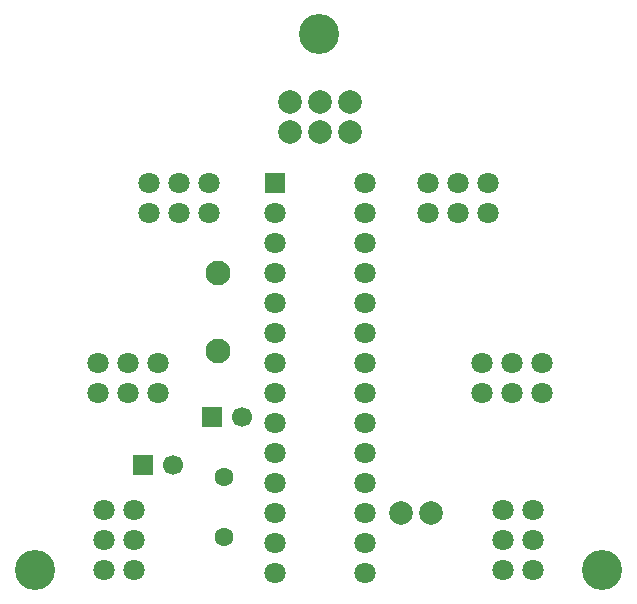
<source format=gbs>
G04 #@! TF.FileFunction,Soldermask,Bot*
%FSLAX46Y46*%
G04 Gerber Fmt 4.6, Leading zero omitted, Abs format (unit mm)*
G04 Created by KiCad (PCBNEW 4.0.0-rc2-stable) date Sat 14 Nov 2015 14:56:29 GMT*
%MOMM*%
G01*
G04 APERTURE LIST*
%ADD10C,0.100000*%
%ADD11C,1.800000*%
%ADD12R,1.700000X1.700000*%
%ADD13C,1.700000*%
%ADD14C,2.000000*%
%ADD15C,1.600000*%
%ADD16C,1.797000*%
%ADD17R,1.797000X1.797000*%
%ADD18C,3.399740*%
%ADD19C,2.100000*%
G04 APERTURE END LIST*
D10*
D11*
X166624000Y-122301000D03*
X166624000Y-119761000D03*
X166624000Y-117221000D03*
X164084000Y-122301000D03*
X164084000Y-119761000D03*
X164084000Y-117221000D03*
D12*
X139446000Y-109347000D03*
D13*
X141946000Y-109347000D03*
D12*
X133604000Y-113411000D03*
D13*
X136104000Y-113411000D03*
D14*
X157988000Y-117475000D03*
X155448000Y-117475000D03*
D15*
X140462000Y-119507000D03*
X140462000Y-114427000D03*
D16*
X144780000Y-92075000D03*
X144780000Y-94615000D03*
X144780000Y-97155000D03*
X144780000Y-99695000D03*
X144780000Y-102235000D03*
X144780000Y-104775000D03*
X144780000Y-107315000D03*
X144780000Y-109855000D03*
X144780000Y-112395000D03*
X144780000Y-114935000D03*
X144780000Y-117475000D03*
X144780000Y-120015000D03*
X144780000Y-122555000D03*
D17*
X144780000Y-89535000D03*
D16*
X152400000Y-122555000D03*
X152400000Y-120015000D03*
X152400000Y-117475000D03*
X152400000Y-114935000D03*
X152400000Y-112395000D03*
X152400000Y-109855000D03*
X152400000Y-107315000D03*
X152400000Y-104775000D03*
X152400000Y-102235000D03*
X152400000Y-99695000D03*
X152400000Y-97155000D03*
X152400000Y-94615000D03*
X152400000Y-92075000D03*
X152400000Y-89535000D03*
D11*
X130302000Y-117221000D03*
X130302000Y-119761000D03*
X130302000Y-122301000D03*
X132842000Y-117221000D03*
X132842000Y-119761000D03*
X132842000Y-122301000D03*
X129794000Y-107315000D03*
X132334000Y-107315000D03*
X134874000Y-107315000D03*
X129794000Y-104775000D03*
X132334000Y-104775000D03*
X134874000Y-104775000D03*
X134112000Y-92075000D03*
X136652000Y-92075000D03*
X139192000Y-92075000D03*
X134112000Y-89535000D03*
X136652000Y-89535000D03*
X139192000Y-89535000D03*
X162814000Y-89535000D03*
X160274000Y-89535000D03*
X157734000Y-89535000D03*
X162814000Y-92075000D03*
X160274000Y-92075000D03*
X157734000Y-92075000D03*
X167386000Y-104775000D03*
X164846000Y-104775000D03*
X162306000Y-104775000D03*
X167386000Y-107315000D03*
X164846000Y-107315000D03*
X162306000Y-107315000D03*
D14*
X151130000Y-85217000D03*
X148590000Y-85217000D03*
X148590000Y-82677000D03*
X151130000Y-82677000D03*
X146050000Y-85217000D03*
X146050000Y-82677000D03*
D18*
X124460000Y-122301000D03*
X172466000Y-122301000D03*
X148463000Y-76962000D03*
D19*
X139954000Y-97155000D03*
X139954000Y-103759000D03*
M02*

</source>
